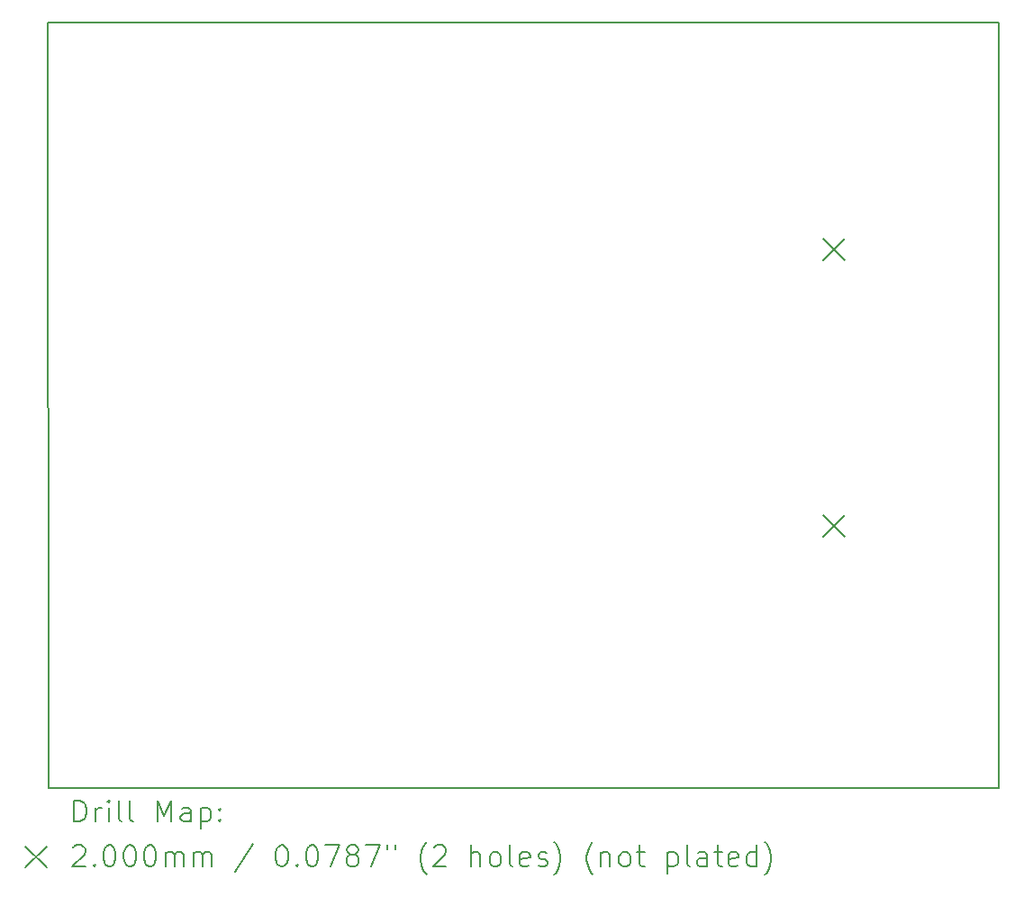
<source format=gbr>
%FSLAX45Y45*%
G04 Gerber Fmt 4.5, Leading zero omitted, Abs format (unit mm)*
G04 Created by KiCad (PCBNEW (6.0.4)) date 2023-10-22 17:32:35*
%MOMM*%
%LPD*%
G01*
G04 APERTURE LIST*
%TA.AperFunction,Profile*%
%ADD10C,0.150000*%
%TD*%
%ADD11C,0.200000*%
G04 APERTURE END LIST*
D10*
X27383400Y-8356400D02*
X27383400Y-15554000D01*
X18437800Y-8356400D02*
X27383400Y-8356400D01*
X18447800Y-15556400D02*
X18437800Y-8356400D01*
X27383400Y-15554000D02*
X18447800Y-15556400D01*
D11*
X25732200Y-10394800D02*
X25932200Y-10594800D01*
X25932200Y-10394800D02*
X25732200Y-10594800D01*
X25732200Y-12994800D02*
X25932200Y-13194800D01*
X25932200Y-12994800D02*
X25732200Y-13194800D01*
X18687919Y-15874376D02*
X18687919Y-15674376D01*
X18735538Y-15674376D01*
X18764110Y-15683900D01*
X18783157Y-15702948D01*
X18792681Y-15721995D01*
X18802205Y-15760090D01*
X18802205Y-15788662D01*
X18792681Y-15826757D01*
X18783157Y-15845805D01*
X18764110Y-15864852D01*
X18735538Y-15874376D01*
X18687919Y-15874376D01*
X18887919Y-15874376D02*
X18887919Y-15741043D01*
X18887919Y-15779138D02*
X18897443Y-15760090D01*
X18906967Y-15750567D01*
X18926014Y-15741043D01*
X18945062Y-15741043D01*
X19011729Y-15874376D02*
X19011729Y-15741043D01*
X19011729Y-15674376D02*
X19002205Y-15683900D01*
X19011729Y-15693424D01*
X19021252Y-15683900D01*
X19011729Y-15674376D01*
X19011729Y-15693424D01*
X19135538Y-15874376D02*
X19116490Y-15864852D01*
X19106967Y-15845805D01*
X19106967Y-15674376D01*
X19240300Y-15874376D02*
X19221252Y-15864852D01*
X19211729Y-15845805D01*
X19211729Y-15674376D01*
X19468871Y-15874376D02*
X19468871Y-15674376D01*
X19535538Y-15817233D01*
X19602205Y-15674376D01*
X19602205Y-15874376D01*
X19783157Y-15874376D02*
X19783157Y-15769614D01*
X19773633Y-15750567D01*
X19754586Y-15741043D01*
X19716490Y-15741043D01*
X19697443Y-15750567D01*
X19783157Y-15864852D02*
X19764110Y-15874376D01*
X19716490Y-15874376D01*
X19697443Y-15864852D01*
X19687919Y-15845805D01*
X19687919Y-15826757D01*
X19697443Y-15807709D01*
X19716490Y-15798186D01*
X19764110Y-15798186D01*
X19783157Y-15788662D01*
X19878395Y-15741043D02*
X19878395Y-15941043D01*
X19878395Y-15750567D02*
X19897443Y-15741043D01*
X19935538Y-15741043D01*
X19954586Y-15750567D01*
X19964110Y-15760090D01*
X19973633Y-15779138D01*
X19973633Y-15836281D01*
X19964110Y-15855328D01*
X19954586Y-15864852D01*
X19935538Y-15874376D01*
X19897443Y-15874376D01*
X19878395Y-15864852D01*
X20059348Y-15855328D02*
X20068871Y-15864852D01*
X20059348Y-15874376D01*
X20049824Y-15864852D01*
X20059348Y-15855328D01*
X20059348Y-15874376D01*
X20059348Y-15750567D02*
X20068871Y-15760090D01*
X20059348Y-15769614D01*
X20049824Y-15760090D01*
X20059348Y-15750567D01*
X20059348Y-15769614D01*
X18230300Y-16103900D02*
X18430300Y-16303900D01*
X18430300Y-16103900D02*
X18230300Y-16303900D01*
X18678395Y-16113424D02*
X18687919Y-16103900D01*
X18706967Y-16094376D01*
X18754586Y-16094376D01*
X18773633Y-16103900D01*
X18783157Y-16113424D01*
X18792681Y-16132471D01*
X18792681Y-16151519D01*
X18783157Y-16180090D01*
X18668871Y-16294376D01*
X18792681Y-16294376D01*
X18878395Y-16275328D02*
X18887919Y-16284852D01*
X18878395Y-16294376D01*
X18868871Y-16284852D01*
X18878395Y-16275328D01*
X18878395Y-16294376D01*
X19011729Y-16094376D02*
X19030776Y-16094376D01*
X19049824Y-16103900D01*
X19059348Y-16113424D01*
X19068871Y-16132471D01*
X19078395Y-16170567D01*
X19078395Y-16218186D01*
X19068871Y-16256281D01*
X19059348Y-16275328D01*
X19049824Y-16284852D01*
X19030776Y-16294376D01*
X19011729Y-16294376D01*
X18992681Y-16284852D01*
X18983157Y-16275328D01*
X18973633Y-16256281D01*
X18964110Y-16218186D01*
X18964110Y-16170567D01*
X18973633Y-16132471D01*
X18983157Y-16113424D01*
X18992681Y-16103900D01*
X19011729Y-16094376D01*
X19202205Y-16094376D02*
X19221252Y-16094376D01*
X19240300Y-16103900D01*
X19249824Y-16113424D01*
X19259348Y-16132471D01*
X19268871Y-16170567D01*
X19268871Y-16218186D01*
X19259348Y-16256281D01*
X19249824Y-16275328D01*
X19240300Y-16284852D01*
X19221252Y-16294376D01*
X19202205Y-16294376D01*
X19183157Y-16284852D01*
X19173633Y-16275328D01*
X19164110Y-16256281D01*
X19154586Y-16218186D01*
X19154586Y-16170567D01*
X19164110Y-16132471D01*
X19173633Y-16113424D01*
X19183157Y-16103900D01*
X19202205Y-16094376D01*
X19392681Y-16094376D02*
X19411729Y-16094376D01*
X19430776Y-16103900D01*
X19440300Y-16113424D01*
X19449824Y-16132471D01*
X19459348Y-16170567D01*
X19459348Y-16218186D01*
X19449824Y-16256281D01*
X19440300Y-16275328D01*
X19430776Y-16284852D01*
X19411729Y-16294376D01*
X19392681Y-16294376D01*
X19373633Y-16284852D01*
X19364110Y-16275328D01*
X19354586Y-16256281D01*
X19345062Y-16218186D01*
X19345062Y-16170567D01*
X19354586Y-16132471D01*
X19364110Y-16113424D01*
X19373633Y-16103900D01*
X19392681Y-16094376D01*
X19545062Y-16294376D02*
X19545062Y-16161043D01*
X19545062Y-16180090D02*
X19554586Y-16170567D01*
X19573633Y-16161043D01*
X19602205Y-16161043D01*
X19621252Y-16170567D01*
X19630776Y-16189614D01*
X19630776Y-16294376D01*
X19630776Y-16189614D02*
X19640300Y-16170567D01*
X19659348Y-16161043D01*
X19687919Y-16161043D01*
X19706967Y-16170567D01*
X19716490Y-16189614D01*
X19716490Y-16294376D01*
X19811729Y-16294376D02*
X19811729Y-16161043D01*
X19811729Y-16180090D02*
X19821252Y-16170567D01*
X19840300Y-16161043D01*
X19868871Y-16161043D01*
X19887919Y-16170567D01*
X19897443Y-16189614D01*
X19897443Y-16294376D01*
X19897443Y-16189614D02*
X19906967Y-16170567D01*
X19926014Y-16161043D01*
X19954586Y-16161043D01*
X19973633Y-16170567D01*
X19983157Y-16189614D01*
X19983157Y-16294376D01*
X20373633Y-16084852D02*
X20202205Y-16341995D01*
X20630776Y-16094376D02*
X20649824Y-16094376D01*
X20668871Y-16103900D01*
X20678395Y-16113424D01*
X20687919Y-16132471D01*
X20697443Y-16170567D01*
X20697443Y-16218186D01*
X20687919Y-16256281D01*
X20678395Y-16275328D01*
X20668871Y-16284852D01*
X20649824Y-16294376D01*
X20630776Y-16294376D01*
X20611729Y-16284852D01*
X20602205Y-16275328D01*
X20592681Y-16256281D01*
X20583157Y-16218186D01*
X20583157Y-16170567D01*
X20592681Y-16132471D01*
X20602205Y-16113424D01*
X20611729Y-16103900D01*
X20630776Y-16094376D01*
X20783157Y-16275328D02*
X20792681Y-16284852D01*
X20783157Y-16294376D01*
X20773633Y-16284852D01*
X20783157Y-16275328D01*
X20783157Y-16294376D01*
X20916490Y-16094376D02*
X20935538Y-16094376D01*
X20954586Y-16103900D01*
X20964110Y-16113424D01*
X20973633Y-16132471D01*
X20983157Y-16170567D01*
X20983157Y-16218186D01*
X20973633Y-16256281D01*
X20964110Y-16275328D01*
X20954586Y-16284852D01*
X20935538Y-16294376D01*
X20916490Y-16294376D01*
X20897443Y-16284852D01*
X20887919Y-16275328D01*
X20878395Y-16256281D01*
X20868871Y-16218186D01*
X20868871Y-16170567D01*
X20878395Y-16132471D01*
X20887919Y-16113424D01*
X20897443Y-16103900D01*
X20916490Y-16094376D01*
X21049824Y-16094376D02*
X21183157Y-16094376D01*
X21097443Y-16294376D01*
X21287919Y-16180090D02*
X21268871Y-16170567D01*
X21259348Y-16161043D01*
X21249824Y-16141995D01*
X21249824Y-16132471D01*
X21259348Y-16113424D01*
X21268871Y-16103900D01*
X21287919Y-16094376D01*
X21326014Y-16094376D01*
X21345062Y-16103900D01*
X21354586Y-16113424D01*
X21364110Y-16132471D01*
X21364110Y-16141995D01*
X21354586Y-16161043D01*
X21345062Y-16170567D01*
X21326014Y-16180090D01*
X21287919Y-16180090D01*
X21268871Y-16189614D01*
X21259348Y-16199138D01*
X21249824Y-16218186D01*
X21249824Y-16256281D01*
X21259348Y-16275328D01*
X21268871Y-16284852D01*
X21287919Y-16294376D01*
X21326014Y-16294376D01*
X21345062Y-16284852D01*
X21354586Y-16275328D01*
X21364110Y-16256281D01*
X21364110Y-16218186D01*
X21354586Y-16199138D01*
X21345062Y-16189614D01*
X21326014Y-16180090D01*
X21430776Y-16094376D02*
X21564110Y-16094376D01*
X21478395Y-16294376D01*
X21630776Y-16094376D02*
X21630776Y-16132471D01*
X21706967Y-16094376D02*
X21706967Y-16132471D01*
X22002205Y-16370567D02*
X21992681Y-16361043D01*
X21973633Y-16332471D01*
X21964110Y-16313424D01*
X21954586Y-16284852D01*
X21945062Y-16237233D01*
X21945062Y-16199138D01*
X21954586Y-16151519D01*
X21964110Y-16122948D01*
X21973633Y-16103900D01*
X21992681Y-16075328D01*
X22002205Y-16065805D01*
X22068871Y-16113424D02*
X22078395Y-16103900D01*
X22097443Y-16094376D01*
X22145062Y-16094376D01*
X22164110Y-16103900D01*
X22173633Y-16113424D01*
X22183157Y-16132471D01*
X22183157Y-16151519D01*
X22173633Y-16180090D01*
X22059348Y-16294376D01*
X22183157Y-16294376D01*
X22421252Y-16294376D02*
X22421252Y-16094376D01*
X22506967Y-16294376D02*
X22506967Y-16189614D01*
X22497443Y-16170567D01*
X22478395Y-16161043D01*
X22449824Y-16161043D01*
X22430776Y-16170567D01*
X22421252Y-16180090D01*
X22630776Y-16294376D02*
X22611728Y-16284852D01*
X22602205Y-16275328D01*
X22592681Y-16256281D01*
X22592681Y-16199138D01*
X22602205Y-16180090D01*
X22611728Y-16170567D01*
X22630776Y-16161043D01*
X22659348Y-16161043D01*
X22678395Y-16170567D01*
X22687919Y-16180090D01*
X22697443Y-16199138D01*
X22697443Y-16256281D01*
X22687919Y-16275328D01*
X22678395Y-16284852D01*
X22659348Y-16294376D01*
X22630776Y-16294376D01*
X22811728Y-16294376D02*
X22792681Y-16284852D01*
X22783157Y-16265805D01*
X22783157Y-16094376D01*
X22964109Y-16284852D02*
X22945062Y-16294376D01*
X22906967Y-16294376D01*
X22887919Y-16284852D01*
X22878395Y-16265805D01*
X22878395Y-16189614D01*
X22887919Y-16170567D01*
X22906967Y-16161043D01*
X22945062Y-16161043D01*
X22964109Y-16170567D01*
X22973633Y-16189614D01*
X22973633Y-16208662D01*
X22878395Y-16227709D01*
X23049824Y-16284852D02*
X23068871Y-16294376D01*
X23106967Y-16294376D01*
X23126014Y-16284852D01*
X23135538Y-16265805D01*
X23135538Y-16256281D01*
X23126014Y-16237233D01*
X23106967Y-16227709D01*
X23078395Y-16227709D01*
X23059348Y-16218186D01*
X23049824Y-16199138D01*
X23049824Y-16189614D01*
X23059348Y-16170567D01*
X23078395Y-16161043D01*
X23106967Y-16161043D01*
X23126014Y-16170567D01*
X23202205Y-16370567D02*
X23211728Y-16361043D01*
X23230776Y-16332471D01*
X23240300Y-16313424D01*
X23249824Y-16284852D01*
X23259348Y-16237233D01*
X23259348Y-16199138D01*
X23249824Y-16151519D01*
X23240300Y-16122948D01*
X23230776Y-16103900D01*
X23211728Y-16075328D01*
X23202205Y-16065805D01*
X23564109Y-16370567D02*
X23554586Y-16361043D01*
X23535538Y-16332471D01*
X23526014Y-16313424D01*
X23516490Y-16284852D01*
X23506967Y-16237233D01*
X23506967Y-16199138D01*
X23516490Y-16151519D01*
X23526014Y-16122948D01*
X23535538Y-16103900D01*
X23554586Y-16075328D01*
X23564109Y-16065805D01*
X23640300Y-16161043D02*
X23640300Y-16294376D01*
X23640300Y-16180090D02*
X23649824Y-16170567D01*
X23668871Y-16161043D01*
X23697443Y-16161043D01*
X23716490Y-16170567D01*
X23726014Y-16189614D01*
X23726014Y-16294376D01*
X23849824Y-16294376D02*
X23830776Y-16284852D01*
X23821252Y-16275328D01*
X23811728Y-16256281D01*
X23811728Y-16199138D01*
X23821252Y-16180090D01*
X23830776Y-16170567D01*
X23849824Y-16161043D01*
X23878395Y-16161043D01*
X23897443Y-16170567D01*
X23906967Y-16180090D01*
X23916490Y-16199138D01*
X23916490Y-16256281D01*
X23906967Y-16275328D01*
X23897443Y-16284852D01*
X23878395Y-16294376D01*
X23849824Y-16294376D01*
X23973633Y-16161043D02*
X24049824Y-16161043D01*
X24002205Y-16094376D02*
X24002205Y-16265805D01*
X24011728Y-16284852D01*
X24030776Y-16294376D01*
X24049824Y-16294376D01*
X24268871Y-16161043D02*
X24268871Y-16361043D01*
X24268871Y-16170567D02*
X24287919Y-16161043D01*
X24326014Y-16161043D01*
X24345062Y-16170567D01*
X24354586Y-16180090D01*
X24364109Y-16199138D01*
X24364109Y-16256281D01*
X24354586Y-16275328D01*
X24345062Y-16284852D01*
X24326014Y-16294376D01*
X24287919Y-16294376D01*
X24268871Y-16284852D01*
X24478395Y-16294376D02*
X24459348Y-16284852D01*
X24449824Y-16265805D01*
X24449824Y-16094376D01*
X24640300Y-16294376D02*
X24640300Y-16189614D01*
X24630776Y-16170567D01*
X24611728Y-16161043D01*
X24573633Y-16161043D01*
X24554586Y-16170567D01*
X24640300Y-16284852D02*
X24621252Y-16294376D01*
X24573633Y-16294376D01*
X24554586Y-16284852D01*
X24545062Y-16265805D01*
X24545062Y-16246757D01*
X24554586Y-16227709D01*
X24573633Y-16218186D01*
X24621252Y-16218186D01*
X24640300Y-16208662D01*
X24706967Y-16161043D02*
X24783157Y-16161043D01*
X24735538Y-16094376D02*
X24735538Y-16265805D01*
X24745062Y-16284852D01*
X24764109Y-16294376D01*
X24783157Y-16294376D01*
X24926014Y-16284852D02*
X24906967Y-16294376D01*
X24868871Y-16294376D01*
X24849824Y-16284852D01*
X24840300Y-16265805D01*
X24840300Y-16189614D01*
X24849824Y-16170567D01*
X24868871Y-16161043D01*
X24906967Y-16161043D01*
X24926014Y-16170567D01*
X24935538Y-16189614D01*
X24935538Y-16208662D01*
X24840300Y-16227709D01*
X25106967Y-16294376D02*
X25106967Y-16094376D01*
X25106967Y-16284852D02*
X25087919Y-16294376D01*
X25049824Y-16294376D01*
X25030776Y-16284852D01*
X25021252Y-16275328D01*
X25011728Y-16256281D01*
X25011728Y-16199138D01*
X25021252Y-16180090D01*
X25030776Y-16170567D01*
X25049824Y-16161043D01*
X25087919Y-16161043D01*
X25106967Y-16170567D01*
X25183157Y-16370567D02*
X25192681Y-16361043D01*
X25211728Y-16332471D01*
X25221252Y-16313424D01*
X25230776Y-16284852D01*
X25240300Y-16237233D01*
X25240300Y-16199138D01*
X25230776Y-16151519D01*
X25221252Y-16122948D01*
X25211728Y-16103900D01*
X25192681Y-16075328D01*
X25183157Y-16065805D01*
M02*

</source>
